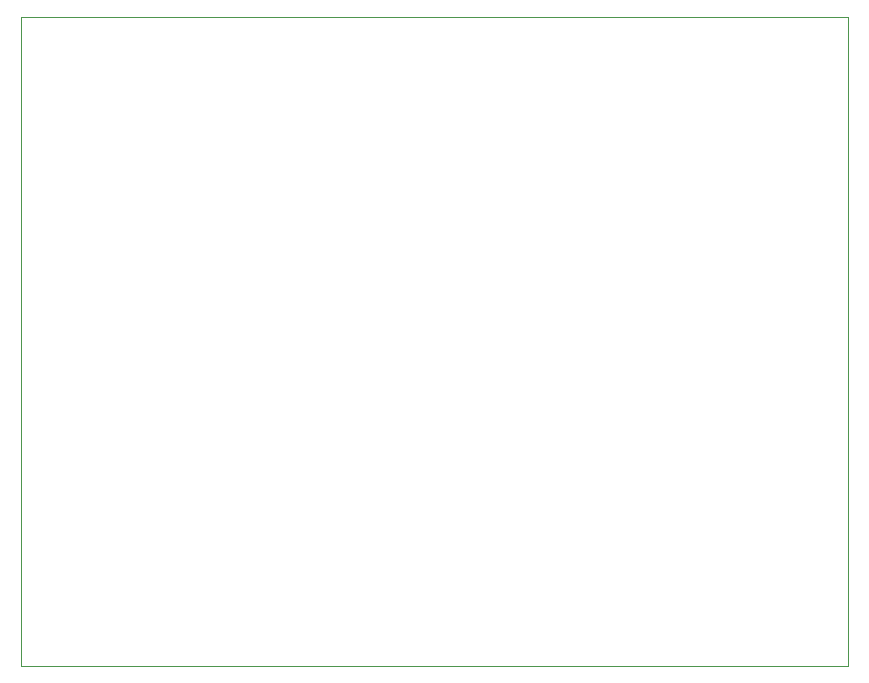
<source format=gbr>
%TF.GenerationSoftware,KiCad,Pcbnew,8.0.8*%
%TF.CreationDate,2025-05-21T09:44:21+02:00*%
%TF.ProjectId,Buttons_Displays_ESP32,42757474-6f6e-4735-9f44-6973706c6179,rev?*%
%TF.SameCoordinates,Original*%
%TF.FileFunction,Profile,NP*%
%FSLAX46Y46*%
G04 Gerber Fmt 4.6, Leading zero omitted, Abs format (unit mm)*
G04 Created by KiCad (PCBNEW 8.0.8) date 2025-05-21 09:44:21*
%MOMM*%
%LPD*%
G01*
G04 APERTURE LIST*
%TA.AperFunction,Profile*%
%ADD10C,0.050000*%
%TD*%
G04 APERTURE END LIST*
D10*
X97250000Y-49650000D02*
X167250000Y-49650000D01*
X167250000Y-104650000D01*
X97250000Y-104650000D01*
X97250000Y-49650000D01*
M02*

</source>
